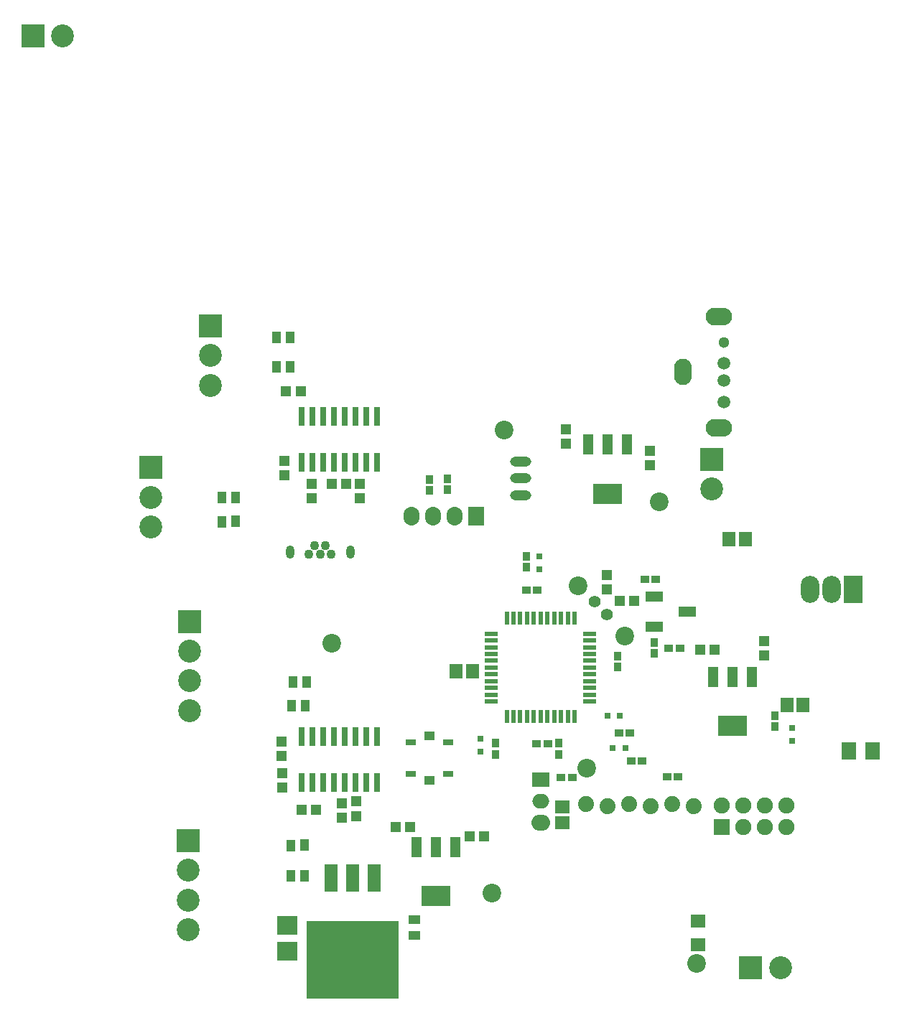
<source format=gts>
G04 DipTrace 3.3.1.3*
G04 Topsidev0.2b.gts*
%MOMM*%
G04 #@! TF.FileFunction,Soldermask,Top*
G04 #@! TF.Part,Single*
%AMOUTLINE1*
4,1,4,
-0.55,-0.45,
-0.55,0.45,
0.55,0.45,
0.55,-0.45,
-0.55,-0.45,
0*%
%AMOUTLINE4*
4,1,4,
0.45,-0.55,
-0.45,-0.55,
-0.45,0.55,
0.45,0.55,
0.45,-0.55,
0*%
%AMOUTLINE7*
4,1,4,
1.0,-0.6,
-1.0,-0.6,
-1.0,0.6,
1.0,0.6,
1.0,-0.6,
0*%
%ADD43R,1.2X0.8*%
%ADD44R,0.8X0.8*%
%ADD51C,1.3*%
%ADD59O,2.0X1.7*%
%ADD60R,2.0X1.7*%
%ADD63C,1.8796*%
%ADD73R,1.5X0.5*%
%ADD74R,0.5X1.5*%
%ADD84O,2.5X1.2*%
%ADD86R,1.8X1.6*%
%ADD101C,1.4*%
%ADD105R,3.45X2.35*%
%ADD107R,1.15X2.35*%
%ADD109O,2.2X3.2*%
%ADD111R,2.2X3.2*%
%ADD113R,10.8X9.2*%
%ADD115R,1.65X3.2*%
%ADD121R,0.8X2.2*%
%ADD123C,1.9*%
%ADD124C,1.5*%
%ADD125R,1.9X1.9*%
%ADD127R,1.2X1.0*%
%ADD130R,1.0X1.4*%
%ADD136O,2.2X1.9*%
%ADD138O,1.0X1.55*%
%ADD140C,1.1*%
%ADD142O,2.1X3.1*%
%ADD144O,3.1X2.1*%
%ADD146R,2.7X2.7*%
%ADD148C,2.7*%
%ADD150R,1.9X2.2*%
%ADD152O,1.9X2.2*%
%ADD156C,2.2*%
%ADD158R,1.4X1.0*%
%ADD159R,2.4X2.2*%
%ADD160R,1.8X2.0*%
%ADD162R,1.5X1.7*%
%ADD164R,0.9X1.1*%
%ADD166R,1.1X0.9*%
%ADD168R,1.7X1.5*%
%ADD170R,1.3X1.2*%
%ADD172R,1.2X1.3*%
%ADD181OUTLINE1*%
%ADD184OUTLINE4*%
%ADD187OUTLINE7*%
%FSLAX35Y35*%
G04*
G71*
G90*
G75*
G01*
G04 TopMask*
%LPD*%
D172*
X-2583250Y3163497D3*
Y2993497D3*
X-2545250Y6906377D3*
Y6736377D3*
X-3434250Y7182247D3*
Y7012247D3*
D170*
X-2874127Y6911370D3*
X-2704127D3*
X-3413127Y8001000D3*
X-3243127D3*
D172*
X-3114127Y6906377D3*
Y6736377D3*
D170*
X-3063877Y3068620D3*
X-3233877D3*
D172*
X-2757877Y2973000D3*
Y3143000D3*
X-3466627Y3697623D3*
Y3867623D3*
D168*
X-154623Y3099743D3*
Y2909743D3*
D172*
X-3456377Y3496870D3*
Y3326870D3*
X363873Y5836123D3*
Y5666123D3*
D170*
X687000Y5528873D3*
X517000D3*
D166*
X-583000Y5655873D3*
X-453000D3*
D164*
X496500Y4878000D3*
Y4748000D3*
D166*
X-460377Y3841750D3*
X-330377D3*
D162*
X-1217997Y4703373D3*
X-1407997D3*
D160*
X3222623Y3762373D3*
X3502623D3*
D162*
X2682873Y4302127D3*
X2492873D3*
D170*
X-1249750Y2750747D3*
X-1079750D3*
D172*
X2222500Y4889500D3*
Y5059500D3*
D170*
X1635123Y4952997D3*
X1465123D3*
X-1948250Y2861870D3*
X-2118250D3*
D172*
X873123Y7302497D3*
Y7132497D3*
X-111127Y7381873D3*
Y7551873D3*
D159*
X-3397250Y1698623D3*
Y1398623D3*
D158*
X-1905000Y1587497D3*
Y1767497D3*
D162*
X2000000Y6255000D3*
X1810000D3*
D156*
X-984250Y2079623D3*
X1428750Y1254127D3*
X984250Y6699250D3*
X-2873377Y5032373D3*
X-841377Y7540623D3*
D44*
X-1122750Y3750877D3*
Y3900877D3*
D152*
X-1932377Y6528997D3*
X-1678377D3*
X-1424377D3*
D150*
X-1170377D3*
D148*
X2413000Y1206500D3*
D146*
X2063000D3*
D124*
X1746250Y8128000D3*
Y8328000D3*
Y7878000D3*
D51*
Y8578000D3*
D144*
X1686250Y7571000D3*
D142*
X1268250Y8228000D3*
D144*
X1686250Y8885000D3*
D148*
X-4548500Y4237497D3*
Y4587497D3*
Y4937497D3*
D146*
Y5287497D3*
D148*
X-4564373Y1651370D3*
Y2001370D3*
Y2351370D3*
D146*
Y2701370D3*
D148*
X-4310063Y8072437D3*
Y8422437D3*
D146*
Y8772437D3*
D140*
X-3143250Y6080127D3*
D138*
X-2655750Y6102127D3*
D140*
X-2948250Y6180127D3*
X-3013250Y6080127D3*
X-2883250D3*
X-3078250Y6180127D3*
D138*
X-3370250Y6102127D3*
D136*
X-408377Y2909500D3*
D59*
Y3163500D3*
D60*
Y3417500D3*
D63*
X1390000Y3109373D3*
X1136000Y3134773D3*
X882000Y3109373D3*
X628000Y3134773D3*
X374000Y3109373D3*
X120000Y3134773D3*
D148*
X-5012130Y6401997D3*
Y6751997D3*
D146*
Y7101997D3*
D130*
X-3365500Y8286750D3*
X-3525500Y8286050D3*
X-3364250Y8636000D3*
X-3524250Y8635300D3*
X-3186497Y4290620D3*
X-3346497Y4289920D3*
X-3170627Y4576373D3*
X-3330627Y4575673D3*
X-3194997Y2287120D3*
X-3354997Y2286420D3*
X-3194997Y2647123D3*
X-3354997Y2646423D3*
X-4011997Y6465500D3*
X-4171997Y6464800D3*
X-4011997Y6751247D3*
X-4171997Y6750547D3*
D44*
X-424250Y6052747D3*
Y5902747D3*
X2555873Y4032250D3*
Y3882250D3*
X523873Y4175127D3*
X373873D3*
D148*
X1607117Y6851283D3*
D146*
Y7201283D3*
D166*
X-170250Y3449247D3*
X-40250D3*
D164*
X-200000Y3849373D3*
Y3719373D3*
D166*
X1080000Y3459373D3*
X1210000D3*
X639373Y3973123D3*
X509373D3*
X782250Y3639747D3*
X652250D3*
D164*
X-1725997Y6830623D3*
Y6960623D3*
X-1510000Y6839373D3*
Y6969373D3*
X-583000Y5925747D3*
Y6055747D3*
X-948127Y3849123D3*
Y3719123D3*
X2349500Y4175123D3*
Y4045123D3*
D181*
X812500Y5781367D3*
X942500D3*
D184*
X926627Y4908247D3*
Y5038247D3*
D166*
X1228250Y4974747D3*
X1098250D3*
D43*
X-1503750Y3862000D3*
X-1943750D3*
Y3492000D3*
X-1503750D3*
D127*
X-1723750Y3937000D3*
Y3417000D3*
D187*
X925123Y5576500D3*
X1315123Y5401500D3*
X925123Y5226500D3*
D44*
X587373Y3794123D3*
X437373D3*
D125*
X1718873Y2861873D3*
D123*
Y3115873D3*
X1972873Y2861873D3*
Y3115873D3*
X2226873Y2861873D3*
Y3115873D3*
X2480873Y2861873D3*
Y3115873D3*
D156*
X131377Y3560370D3*
X575873Y5116120D3*
X30000Y5709373D3*
D121*
X-3234123Y7164000D3*
X-3107123D3*
X-2980123D3*
X-2853123D3*
X-2726123D3*
X-2599123D3*
X-2472123D3*
X-2345123D3*
Y7704000D3*
X-2472123D3*
X-2599123D3*
X-2726123D3*
X-2853123D3*
X-2980123D3*
X-3107123D3*
X-3234123D3*
Y3385750D3*
X-3107123D3*
X-2980123D3*
X-2853123D3*
X-2726123D3*
X-2599123D3*
X-2472123D3*
X-2345123D3*
Y3925750D3*
X-2472123D3*
X-2599123D3*
X-2726123D3*
X-2853123D3*
X-2980123D3*
X-3107123D3*
X-3234123D3*
D73*
X-992997Y5143373D3*
Y5063373D3*
Y4983373D3*
Y4903373D3*
Y4823373D3*
Y4743373D3*
Y4663373D3*
Y4583373D3*
Y4503373D3*
Y4423373D3*
Y4343373D3*
D74*
X-812997Y4163373D3*
X-732997D3*
X-652997D3*
X-572997D3*
X-492997D3*
X-412997D3*
X-332997D3*
X-252997D3*
X-172997D3*
X-92997D3*
X-12997D3*
D73*
X167003Y4343373D3*
Y4423373D3*
Y4503373D3*
Y4583373D3*
Y4663373D3*
Y4743373D3*
Y4823373D3*
Y4903373D3*
Y4983373D3*
Y5063373D3*
Y5143373D3*
D74*
X-12997Y5323373D3*
X-92997D3*
X-172997D3*
X-252997D3*
X-332997D3*
X-412997D3*
X-492997D3*
X-572997D3*
X-652997D3*
X-732997D3*
X-812997D3*
D115*
X-2376877Y2258620D3*
X-2630877D3*
X-2884877D3*
D113*
X-2630877Y1298620D3*
D111*
X3270250Y5667377D3*
D109*
X3016250D3*
X2762250D3*
D107*
X2079623Y4635500D3*
X1849623D3*
X1619623D3*
D105*
X1849623Y4055500D3*
D107*
X-1420000Y2629373D3*
X-1650000D3*
X-1880000D3*
D105*
X-1650000Y2049373D3*
D84*
X-646500Y6973500D3*
Y6773500D3*
Y7173500D3*
D107*
X607500Y7374123D3*
X377500D3*
X147500D3*
D105*
X377500Y6794123D3*
D101*
X220000Y5519370D3*
X368493Y5370877D3*
D86*
X1444623Y1756373D3*
Y1476373D3*
D148*
X-6048377Y12192000D3*
D146*
X-6398377D3*
M02*

</source>
